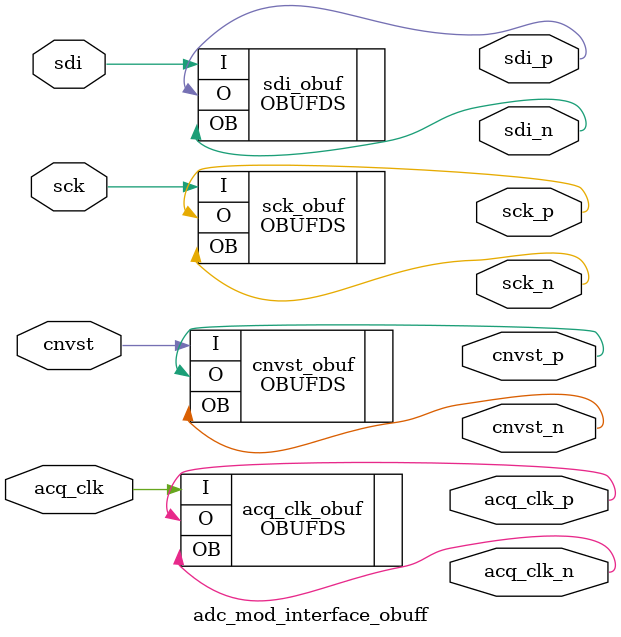
<source format=v>
`timescale 1ns / 1ps


module adc_mod_interface_obuff(
    input sdi,
    input sck,
    input cnvst,
    input acq_clk,
    output sdi_p,
    output sdi_n,
    output sck_p,
    output sck_n,
    output cnvst_p,
    output cnvst_n,
    output acq_clk_p,
    output acq_clk_n
    );
    
    OBUFDS sdi_obuf (
      .O(sdi_p),   // 1-bit output: Diff_p output (connect directly to top-level port)
      .OB(sdi_n), // 1-bit output: Diff_n output (connect directly to top-level port)
      .I(sdi)    // 1-bit input: Buffer input
     );
    OBUFDS sck_obuf (
      .O(sck_p),   // 1-bit output: Diff_p output (connect directly to top-level port)
      .OB(sck_n), // 1-bit output: Diff_n output (connect directly to top-level port)
      .I(sck)    // 1-bit input: Buffer input
    );
    OBUFDS cnvst_obuf (
      .O(cnvst_p),   // 1-bit output: Diff_p output (connect directly to top-level port)
      .OB(cnvst_n), // 1-bit output: Diff_n output (connect directly to top-level port)
      .I(cnvst)    // 1-bit input: Buffer input
    );
    OBUFDS acq_clk_obuf (
      .O(acq_clk_p),   // 1-bit output: Diff_p output (connect directly to top-level port)
      .OB(acq_clk_n), // 1-bit output: Diff_n output (connect directly to top-level port)
      .I(acq_clk)    // 1-bit input: Buffer input
    );
    
endmodule



</source>
